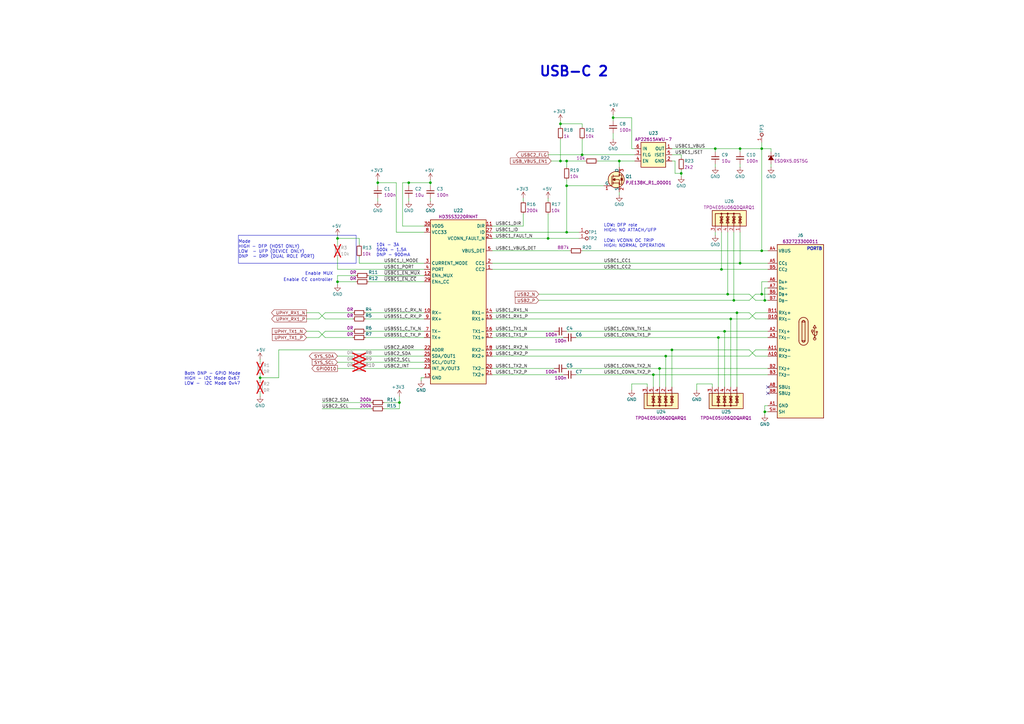
<source format=kicad_sch>
(kicad_sch (version 20250114) (generator "eeschema") (generator_version "9.0")
  (paper "A3")
  (title_block (title "Jetson Orin Baseboard") (date "2025-03-12") (rev "1.3.4") (company "Antmicro Ltd") (comment 1 "www.antmicro.com"))
  (text "10k - 3A\n500k - 1.5A\nDNP - 900mA" (at 154.305 105.41 0) (effects (font (size 1.27 1.27)) (justify left bottom)))
  (text "PORTB" (at 330.835 102.87 0) (effects (font (size 1.27 1.27) (thickness 0.254) (bold yes)) (justify left bottom)))
  (text "LOW: VCONN OC TRIP \nHIGH: NORMAL OPERATION" (at 247.65 101.6 0) (effects (font (size 1.27 1.27)) (justify left bottom)))
  (text "Both DNP - GPIO Mode\nHIGH - I2C Mode 0x67\nLOW -  I2C Mode 0x47" (at 75.565 158.115 0) (effects (font (size 1.27 1.27)) (justify left bottom)))
  (text "Enable MUX" (at 125.095 113.03 0) (effects (font (size 1.27 1.27)) (justify left bottom)))
  (text "USB-C 2" (at 220.98 31.75 0) (effects (font (size 4 4) (thickness 0.8) (bold yes)) (justify left bottom)))
  (text "Enable CC controller" (at 116.205 115.57 0) (effects (font (size 1.27 1.27)) (justify left bottom)))
  (text "LOW: DFP role \nHIGH: NO ATTACH/UFP" (at 247.65 95.25 0) (effects (font (size 1.27 1.27)) (justify left bottom)))
  (text "Mode\nHIGH - DFP (HOST ONLY)\nLOW  - UFP (DEVICE ONLY)\nDNP  - DRP (DUAL ROLE PORT)\n" (at 97.79 106.045 0) (effects (font (size 1.27 1.27)) (justify left bottom)))
  (junction (at 295.91 110.49))
  (junction (at 254 66.04))
  (junction (at 275.59 143.51))
  (junction (at 270.51 151.13))
  (junction (at 313.69 123.19))
  (junction (at 224.79 97.79))
  (junction (at 267.97 153.67))
  (junction (at 313.69 168.91))
  (junction (at 300.99 123.19))
  (junction (at 312.42 102.87))
  (junction (at 297.18 135.89))
  (junction (at 229.87 66.04))
  (junction (at 176.53 74.93))
  (junction (at 293.37 60.96))
  (junction (at 238.76 63.5))
  (junction (at 232.41 95.25))
  (junction (at 232.41 76.2))
  (junction (at 298.45 120.65))
  (junction (at 312.42 120.65))
  (junction (at 294.64 138.43))
  (junction (at 303.53 60.96))
  (junction (at 229.87 50.8))
  (junction (at 167.64 74.93))
  (junction (at 106.68 154.94))
  (junction (at 312.42 60.96))
  (junction (at 138.43 97.79))
  (junction (at 303.53 107.95))
  (junction (at 273.05 146.05))
  (junction (at 163.83 165.1))
  (junction (at 302.26 128.27))
  (junction (at 154.94 74.93))
  (junction (at 279.4 71.12))
  (junction (at 138.43 115.57))
  (junction (at 251.46 48.26))
  (junction (at 299.72 130.81))
  (junction (at 232.41 66.04))
  (no_connect (at 314.96 161.29))
  (no_connect (at 314.96 158.75))
  (wire (pts (xy 259.08 160.02) (xy 259.08 157.48)))
  (polyline (pts (xy 97.79 96.52) (xy 146.05 96.52)))
  (wire (pts (xy 275.59 143.51) (xy 275.59 158.75)))
  (wire (pts (xy 138.43 146.05) (xy 144.78 146.05)))
  (wire (pts (xy 298.45 95.25) (xy 298.45 120.65)))
  (wire (pts (xy 220.98 123.19) (xy 300.99 123.19)))
  (wire (pts (xy 232.41 135.89) (xy 297.18 135.89)))
  (wire (pts (xy 251.46 48.26) (xy 259.08 48.26)))
  (wire (pts (xy 302.26 128.27) (xy 302.26 158.75)))
  (wire (pts (xy 163.83 162.56) (xy 163.83 165.1)))
  (wire (pts (xy 157.48 167.64) (xy 163.83 167.64)))
  (wire (pts (xy 259.08 60.96) (xy 260.35 60.96)))
  (wire (pts (xy 313.69 166.37) (xy 314.96 166.37)))
  (wire (pts (xy 279.4 63.5) (xy 279.4 64.77)))
  (wire (pts (xy 154.94 81.28) (xy 154.94 82.55)))
  (wire (pts (xy 307.34 120.65) (xy 309.88 123.19)))
  (wire (pts (xy 316.23 62.23) (xy 316.23 60.96)))
  (wire (pts (xy 114.3 143.51) (xy 114.3 154.94)))
  (wire (pts (xy 149.86 128.27) (xy 173.99 128.27)))
  (wire (pts (xy 309.88 146.05) (xy 314.96 146.05)))
  (wire (pts (xy 226.06 66.04) (xy 229.87 66.04)))
  (wire (pts (xy 292.1 157.48) (xy 292.1 158.75)))
  (wire (pts (xy 251.46 48.26) (xy 251.46 49.53)))
  (wire (pts (xy 167.64 74.93) (xy 167.64 76.2)))
  (wire (pts (xy 201.93 138.43) (xy 231.14 138.43)))
  (wire (pts (xy 224.79 63.5) (xy 238.76 63.5)))
  (wire (pts (xy 312.42 120.65) (xy 314.96 120.65)))
  (wire (pts (xy 162.56 95.25) (xy 162.56 74.93)))
  (wire (pts (xy 201.93 97.79) (xy 224.79 97.79)))
  (wire (pts (xy 173.99 92.71) (xy 165.1 92.71)))
  (wire (pts (xy 293.37 60.96) (xy 293.37 62.23)))
  (wire (pts (xy 130.81 135.89) (xy 133.35 138.43)))
  (wire (pts (xy 172.72 154.94) (xy 173.99 154.94)))
  (wire (pts (xy 167.64 81.28) (xy 167.64 82.55)))
  (wire (pts (xy 232.41 95.25) (xy 237.49 95.25)))
  (wire (pts (xy 151.13 113.03) (xy 173.99 113.03)))
  (wire (pts (xy 138.43 113.03) (xy 138.43 115.57)))
  (wire (pts (xy 312.42 115.57) (xy 312.42 120.65)))
  (wire (pts (xy 259.08 157.48) (xy 265.43 157.48)))
  (wire (pts (xy 173.99 95.25) (xy 162.56 95.25)))
  (wire (pts (xy 279.4 71.12) (xy 276.86 71.12)))
  (wire (pts (xy 259.08 60.96) (xy 259.08 48.26)))
  (wire (pts (xy 267.97 153.67) (xy 267.97 158.75)))
  (wire (pts (xy 303.53 67.31) (xy 303.53 68.58)))
  (wire (pts (xy 173.99 107.95) (xy 147.32 107.95)))
  (wire (pts (xy 254 66.04) (xy 260.35 66.04)))
  (wire (pts (xy 307.34 143.51) (xy 309.88 146.05)))
  (wire (pts (xy 232.41 66.04) (xy 232.41 68.58)))
  (wire (pts (xy 214.63 87.63) (xy 214.63 92.71)))
  (wire (pts (xy 309.88 128.27) (xy 314.96 128.27)))
  (wire (pts (xy 229.87 50.8) (xy 238.76 50.8)))
  (wire (pts (xy 201.93 110.49) (xy 295.91 110.49)))
  (wire (pts (xy 299.72 130.81) (xy 299.72 158.75)))
  (wire (pts (xy 154.94 74.93) (xy 154.94 76.2)))
  (wire (pts (xy 147.32 105.41) (xy 147.32 107.95)))
  (polyline (pts (xy 97.79 107.95) (xy 146.05 107.95)))
  (wire (pts (xy 106.68 153.67) (xy 106.68 154.94)))
  (wire (pts (xy 313.69 123.19) (xy 314.96 123.19)))
  (wire (pts (xy 295.91 95.25) (xy 295.91 110.49)))
  (wire (pts (xy 293.37 67.31) (xy 293.37 68.58)))
  (wire (pts (xy 299.72 130.81) (xy 307.34 130.81)))
  (wire (pts (xy 293.37 60.96) (xy 303.53 60.96)))
  (wire (pts (xy 224.79 87.63) (xy 224.79 97.79)))
  (wire (pts (xy 275.59 66.04) (xy 276.86 66.04)))
  (wire (pts (xy 313.69 168.91) (xy 314.96 168.91)))
  (wire (pts (xy 138.43 113.03) (xy 146.05 113.03)))
  (wire (pts (xy 130.81 128.27) (xy 133.35 130.81)))
  (wire (pts (xy 279.4 71.12) (xy 279.4 72.39)))
  (wire (pts (xy 201.93 95.25) (xy 232.41 95.25)))
  (wire (pts (xy 232.41 66.04) (xy 240.03 66.04)))
  (wire (pts (xy 313.69 170.18) (xy 313.69 168.91)))
  (wire (pts (xy 224.79 97.79) (xy 237.49 97.79)))
  (wire (pts (xy 138.43 115.57) (xy 138.43 116.84)))
  (wire (pts (xy 312.42 58.42) (xy 312.42 60.96)))
  (wire (pts (xy 300.99 123.19) (xy 307.34 123.19)))
  (wire (pts (xy 236.22 138.43) (xy 294.64 138.43)))
  (wire (pts (xy 273.05 146.05) (xy 273.05 158.75)))
  (wire (pts (xy 147.32 97.79) (xy 147.32 100.33)))
  (wire (pts (xy 201.93 146.05) (xy 273.05 146.05)))
  (wire (pts (xy 176.53 74.93) (xy 176.53 76.2)))
  (wire (pts (xy 275.59 63.5) (xy 279.4 63.5)))
  (wire (pts (xy 270.51 151.13) (xy 314.96 151.13)))
  (wire (pts (xy 313.69 168.91) (xy 313.69 166.37)))
  (wire (pts (xy 138.43 96.52) (xy 138.43 97.79)))
  (wire (pts (xy 297.18 135.89) (xy 314.96 135.89)))
  (wire (pts (xy 275.59 60.96) (xy 293.37 60.96)))
  (wire (pts (xy 106.68 154.94) (xy 114.3 154.94)))
  (wire (pts (xy 303.53 107.95) (xy 314.96 107.95)))
  (wire (pts (xy 133.35 128.27) (xy 130.81 130.81)))
  (wire (pts (xy 276.86 66.04) (xy 276.86 71.12)))
  (wire (pts (xy 220.98 120.65) (xy 298.45 120.65)))
  (wire (pts (xy 254 66.04) (xy 254 68.58)))
  (wire (pts (xy 229.87 57.15) (xy 229.87 66.04)))
  (wire (pts (xy 172.72 156.21) (xy 172.72 154.94)))
  (wire (pts (xy 312.42 60.96) (xy 316.23 60.96)))
  (wire (pts (xy 130.81 135.89) (xy 125.73 135.89)))
  (wire (pts (xy 224.79 81.28) (xy 224.79 82.55)))
  (wire (pts (xy 138.43 105.41) (xy 138.43 110.49)))
  (wire (pts (xy 307.34 123.19) (xy 309.88 120.65)))
  (wire (pts (xy 125.73 130.81) (xy 130.81 130.81)))
  (wire (pts (xy 294.64 138.43) (xy 314.96 138.43)))
  (wire (pts (xy 236.22 153.67) (xy 267.97 153.67)))
  (wire (pts (xy 114.3 143.51) (xy 173.99 143.51)))
  (wire (pts (xy 201.93 153.67) (xy 231.14 153.67)))
  (wire (pts (xy 285.75 157.48) (xy 292.1 157.48)))
  (wire (pts (xy 149.86 135.89) (xy 173.99 135.89)))
  (wire (pts (xy 309.88 130.81) (xy 314.96 130.81)))
  (wire (pts (xy 232.41 151.13) (xy 270.51 151.13)))
  (wire (pts (xy 229.87 66.04) (xy 232.41 66.04)))
  (wire (pts (xy 149.86 130.81) (xy 173.99 130.81)))
  (wire (pts (xy 201.93 130.81) (xy 299.72 130.81)))
  (wire (pts (xy 314.96 115.57) (xy 312.42 115.57)))
  (wire (pts (xy 149.86 148.59) (xy 173.99 148.59)))
  (wire (pts (xy 285.75 160.02) (xy 285.75 157.48)))
  (wire (pts (xy 232.41 76.2) (xy 232.41 95.25)))
  (wire (pts (xy 254 78.74) (xy 254 80.01)))
  (wire (pts (xy 201.93 92.71) (xy 214.63 92.71)))
  (wire (pts (xy 201.93 151.13) (xy 227.33 151.13)))
  (wire (pts (xy 157.48 165.1) (xy 163.83 165.1)))
  (wire (pts (xy 201.93 102.87) (xy 233.68 102.87)))
  (wire (pts (xy 176.53 73.66) (xy 176.53 74.93)))
  (wire (pts (xy 303.53 95.25) (xy 303.53 107.95)))
  (wire (pts (xy 238.76 63.5) (xy 260.35 63.5)))
  (wire (pts (xy 293.37 95.25) (xy 293.37 96.52)))
  (wire (pts (xy 130.81 128.27) (xy 125.73 128.27)))
  (wire (pts (xy 314.96 118.11) (xy 313.69 118.11)))
  (wire (pts (xy 312.42 102.87) (xy 314.96 102.87)))
  (wire (pts (xy 232.41 73.66) (xy 232.41 76.2)))
  (wire (pts (xy 106.68 161.29) (xy 106.68 162.56)))
  (wire (pts (xy 267.97 153.67) (xy 314.96 153.67)))
  (wire (pts (xy 307.34 128.27) (xy 309.88 130.81)))
  (wire (pts (xy 303.53 60.96) (xy 312.42 60.96)))
  (wire (pts (xy 167.64 74.93) (xy 176.53 74.93)))
  (wire (pts (xy 176.53 81.28) (xy 176.53 82.55)))
  (wire (pts (xy 149.86 151.13) (xy 173.99 151.13)))
  (wire (pts (xy 151.13 115.57) (xy 173.99 115.57)))
  (wire (pts (xy 238.76 102.87) (xy 312.42 102.87)))
  (wire (pts (xy 173.99 110.49) (xy 138.43 110.49)))
  (wire (pts (xy 138.43 97.79) (xy 147.32 97.79)))
  (wire (pts (xy 309.88 120.65) (xy 312.42 120.65)))
  (wire (pts (xy 133.35 128.27) (xy 144.78 128.27)))
  (wire (pts (xy 294.64 138.43) (xy 294.64 158.75)))
  (wire (pts (xy 270.51 151.13) (xy 270.51 158.75)))
  (wire (pts (xy 154.94 73.66) (xy 154.94 74.93)))
  (wire (pts (xy 309.88 143.51) (xy 314.96 143.51)))
  (wire (pts (xy 214.63 81.28) (xy 214.63 82.55)))
  (wire (pts (xy 309.88 123.19) (xy 313.69 123.19)))
  (wire (pts (xy 165.1 92.71) (xy 165.1 74.93)))
  (wire (pts (xy 162.56 74.93) (xy 154.94 74.93)))
  (wire (pts (xy 238.76 57.15) (xy 238.76 63.5)))
  (wire (pts (xy 251.46 54.61) (xy 251.46 57.15)))
  (wire (pts (xy 106.68 154.94) (xy 106.68 156.21)))
  (wire (pts (xy 133.35 135.89) (xy 144.78 135.89)))
  (wire (pts (xy 106.68 147.32) (xy 106.68 148.59)))
  (wire (pts (xy 232.41 76.2) (xy 247.65 76.2)))
  (wire (pts (xy 316.23 67.31) (xy 316.23 68.58)))
  (wire (pts (xy 133.35 138.43) (xy 144.78 138.43)))
  (wire (pts (xy 300.99 95.25) (xy 300.99 123.19)))
  (wire (pts (xy 307.34 146.05) (xy 309.88 143.51)))
  (wire (pts (xy 165.1 74.93) (xy 167.64 74.93)))
  (wire (pts (xy 273.05 146.05) (xy 307.34 146.05)))
  (wire (pts (xy 125.73 138.43) (xy 130.81 138.43)))
  (polyline (pts (xy 146.05 107.95) (xy 146.05 96.52)))
  (wire (pts (xy 149.86 146.05) (xy 173.99 146.05)))
  (wire (pts (xy 138.43 97.79) (xy 138.43 100.33)))
  (wire (pts (xy 138.43 151.13) (xy 144.78 151.13)))
  (wire (pts (xy 201.93 107.95) (xy 303.53 107.95)))
  (wire (pts (xy 138.43 148.59) (xy 144.78 148.59)))
  (wire (pts (xy 303.53 60.96) (xy 303.53 62.23)))
  (wire (pts (xy 295.91 110.49) (xy 314.96 110.49)))
  (wire (pts (xy 201.93 135.89) (xy 227.33 135.89)))
  (wire (pts (xy 138.43 115.57) (xy 146.05 115.57)))
  (wire (pts (xy 312.42 60.96) (xy 312.42 102.87)))
  (wire (pts (xy 229.87 49.53) (xy 229.87 50.8)))
  (wire (pts (xy 275.59 143.51) (xy 307.34 143.51)))
  (wire (pts (xy 313.69 118.11) (xy 313.69 123.19)))
  (wire (pts (xy 251.46 46.99) (xy 251.46 48.26)))
  (wire (pts (xy 132.08 165.1) (xy 152.4 165.1)))
  (wire (pts (xy 302.26 128.27) (xy 307.34 128.27)))
  (wire (pts (xy 238.76 50.8) (xy 238.76 52.07)))
  (wire (pts (xy 245.11 66.04) (xy 254 66.04)))
  (wire (pts (xy 163.83 167.64) (xy 163.83 165.1)))
  (wire (pts (xy 132.08 167.64) (xy 152.4 167.64)))
  (wire (pts (xy 133.35 135.89) (xy 130.81 138.43)))
  (polyline (pts (xy 97.79 96.52) (xy 97.79 107.95)))
  (wire (pts (xy 279.4 69.85) (xy 279.4 71.12)))
  (wire (pts (xy 201.93 128.27) (xy 302.26 128.27)))
  (wire (pts (xy 149.86 138.43) (xy 173.99 138.43)))
  (wire (pts (xy 297.18 135.89) (xy 297.18 158.75)))
  (wire (pts (xy 133.35 130.81) (xy 144.78 130.81)))
  (wire (pts (xy 307.34 130.81) (xy 309.88 128.27)))
  (wire (pts (xy 201.93 143.51) (xy 275.59 143.51)))
  (wire (pts (xy 229.87 50.8) (xy 229.87 52.07)))
  (wire (pts (xy 265.43 157.48) (xy 265.43 158.75)))
  (wire (pts (xy 298.45 120.65) (xy 307.34 120.65)))
  (label "USBC1_RX1_P" (at 203.2 130.81 0))
  (label "USBC2_SCL" (at 132.08 167.64 0))
  (label "USBC1_ID" (at 203.2 95.25 0))
  (label "USBC1_TX2_P" (at 203.2 153.67 0))
  (label "USBC2_SDA" (at 132.08 165.1 0))
  (label "USBSS1_C_RX_P" (at 157.48 130.81 0))
  (label "USBC1_PORT" (at 157.48 110.49 0))
  (label "USBC1_RX2_P" (at 203.2 146.05 0))
  (label "USBC1_FAULT_N" (at 203.2 97.79 0))
  (label "USBC2_SCL" (at 157.48 148.59 0))
  (label "USBC1_CONN_TX1_N" (at 247.65 135.89 0))
  (label "USBC1_TX1_N" (at 203.2 135.89 0))
  (label "USBC1_CC1" (at 247.65 107.95 0))
  (label "USBC2_SDA" (at 157.48 146.05 0))
  (label "USBC2_INT" (at 157.48 151.13 0))
  (label "USBC1_CONN_TX2_P" (at 247.65 153.67 0))
  (label "USBC1_RX1_N" (at 203.2 128.27 0))
  (label "USBC1_VBUS" (at 276.86 60.96 0))
  (label "USBC1_CONN_TX2_N" (at 247.65 151.13 0))
  (label "USBC1_TX2_N" (at 203.2 151.13 0))
  (label "USBC1_DIR" (at 203.2 92.71 0))
  (label "USBC1_CC2" (at 247.65 110.49 0))
  (label "USBSS1_C_TX_P" (at 157.48 138.43 0))
  (label "~{USBC1_EN_CC}" (at 157.48 115.57 0))
  (label "USBC1_CONN_TX1_P" (at 247.65 138.43 0))
  (label "USBC1_TX1_P" (at 203.2 138.43 0))
  (label "~{USBC1_EN_MUX}" (at 157.48 113.03 0))
  (label "USBC2_ADDR" (at 157.48 143.51 0))
  (label "USBC1_VBUS_DET" (at 203.2 102.87 0))
  (label "USBSS1_C_TX_N" (at 157.48 135.89 0))
  (label "USBC1_ISET" (at 276.86 63.5 0))
  (label "USBC1_I_MODE" (at 157.48 107.95 0))
  (label "USBSS1_C_RX_N" (at 157.48 128.27 0))
  (label "USBC1_RX2_N" (at 203.2 143.51 0))
  (global_label "SYS_SDA" (shape bidirectional) (at 138.43 146.05 180) (property "Intersheetrefs" "${INTERSHEET_REFS}" (effects (hide yes))))
  (global_label "USB2_P" (shape input) (at 220.98 123.19 180) (property "Intersheetrefs" "${INTERSHEET_REFS}" (effects (hide yes))))
  (global_label "UPHY_RX1_N" (shape output) (at 125.73 128.27 180) (property "Intersheetrefs" "${INTERSHEET_REFS}" (effects (hide yes))))
  (global_label "USB2_N" (shape input) (at 220.98 120.65 180) (property "Intersheetrefs" "${INTERSHEET_REFS}" (effects (hide yes))))
  (global_label "UPHY_RX1_P" (shape output) (at 125.73 130.81 180) (property "Intersheetrefs" "${INTERSHEET_REFS}" (effects (hide yes))))
  (global_label "SYS_SCL" (shape input) (at 138.43 148.59 180) (property "Intersheetrefs" "${INTERSHEET_REFS}" (effects (hide yes))))
  (global_label "UPHY_TX1_N" (shape input) (at 125.73 135.89 180) (property "Intersheetrefs" "${INTERSHEET_REFS}" (effects (hide yes))))
  (global_label "UPHY_TX1_P" (shape input) (at 125.73 138.43 180) (property "Intersheetrefs" "${INTERSHEET_REFS}" (effects (hide yes))))
  (global_label "USBC2_FLG" (shape output) (at 224.79 63.5 180) (property "Intersheetrefs" "${INTERSHEET_REFS}" (effects (hide yes))))
  (global_label "USB_VBUS_EN1" (shape input) (at 226.06 66.04 180) (property "Intersheetrefs" "${INTERSHEET_REFS}" (effects (hide yes))))
  (global_label "GPIO010" (shape output) (at 138.43 151.13 180) (property "Intersheetrefs" "${INTERSHEET_REFS}" (effects (hide yes))))
  (symbol (lib_id "antmicroTransistorsFETsMOSFETsSingle:PJE138K") (at 247.65 76.2 0) (unit 1)
    (property "Reference" "Q1" (at 256.54 72.39 0) (effects (justify left)))
    (property "Value" "PJE138K" (effects (hide yes)))
    (property "Footprint" "antmicro-footprints:SOT-523" (effects (hide yes)))
    (property "Datasheet" "https://www.mouser.com/datasheet/2/1057/PJE138K-1876698.pdf" (effects (hide yes)))
    (property "MPN" "PJE138K_R1_00001" (at 256.54 74.93 0) (effects (justify left)))
    (property "Manufacturer" "PANJIT" (effects (hide yes)))
    (property "Author" "Antmicro" (effects (hide yes)))
    (property "License" "Apache-2.0" (effects (hide yes)))
  )
  (symbol (lib_id "antmicroResistors0402:R_10k_0402") (at 238.76 57.15 90) (unit 1)
    (property "Reference" "R21" (at 240.03 53.34 90) (effects (justify right)))
    (property "Value" "R_10k_0402" (effects (hide yes)))
    (property "Footprint" "antmicro-footprints:R_0402_1005Metric" (effects (hide yes)))
    (property "Datasheet" "https://www.bourns.com/docs/product-datasheets/cr.pdf" (effects (hide yes)))
    (property "Manufacturer" "Bourns" (effects (hide yes)))
    (property "MPN" "CR0402-FX-1002GLF" (effects (hide yes)))
    (property "Val" "10k" (at 240.03 55.88 90) (effects (justify right)))
    (property "License" "Apache-2.0" (effects (hide yes)))
    (property "Author" "Antmicro" (effects (hide yes)))
    (property "Tolerance" "1%" (effects (hide yes)))
  )
  (symbol (lib_name "GND_3") (lib_id "antmicropower:GND") (at 316.23 68.58 0) (unit 1)
    (property "Reference" "#PWR025" (effects (hide yes)))
    (property "Value" "GND" (at 316.23 72.39 0))
    (property "Author" "Antmicro" (effects (hide yes)))
    (property "License" "Apache-2.0" (effects (hide yes)))
  )
  (symbol (lib_name "R_200k_0402_1") (lib_id "antmicroResistors0402:R_200k_0402") (at 157.48 165.1 180) (unit 1)
    (property "Reference" "R14" (at 162.56 163.195 0) (effects (justify left bottom)))
    (property "Value" "R_200k_0402" (effects (hide yes)))
    (property "Footprint" "antmicro-footprints:R_0402_1005Metric" (effects (hide yes)))
    (property "Datasheet" "https://www.bourns.com/docs/product-datasheets/cr.pdf" (effects (hide yes)))
    (property "Manufacturer" "Bourns" (effects (hide yes)))
    (property "MPN" "CR0402-FX-2003GLF" (effects (hide yes)))
    (property "Val" "200k" (at 152.4 163.195 0) (effects (justify left bottom)))
    (property "License" "Apache-2.0" (effects (hide yes)))
    (property "Author" "Antmicro" (effects (hide yes)))
    (property "Tolerance" "1%" (effects (hide yes)))
  )
  (symbol (lib_id "antmicroUSBConnectors:USB-C_WE_632723300011") (at 314.96 102.87 0) (mirror y) (unit 1)
    (property "Reference" "J6" (at 328.295 96.52 0))
    (property "Value" "USB-C_WE_632723300011" (effects (hide yes)))
    (property "Footprint" "antmicro-footprints:USB-C_Receptacle_WE_632723300011" (effects (hide yes)))
    (property "Datasheet" "https://www.we-online.com/components/products/datasheet/632723300011.pdf" (effects (hide yes)))
    (property "Manufacturer" "Würth Elektronik" (effects (hide yes)))
    (property "MPN" "632723300011" (at 328.295 99.06 0))
    (property "Author" "Antmicro" (effects (hide yes)))
    (property "License" "Apache-2.0" (effects (hide yes)))
  )
  (symbol (lib_id "antmicroPMICPowerDistributionSwitchesLoadDrivers:AP22615A_TSOT26") (at 260.35 60.96 0) (unit 1)
    (property "Reference" "U23" (at 267.97 54.61 0))
    (property "Value" "AP22615A_TSOT26" (effects (hide yes)))
    (property "Footprint" "antmicro-footprints:TSOT23-6" (effects (hide yes)))
    (property "Datasheet" "https://www.mouser.com/datasheet/2/115/DIOD_S_A0008958405_1-2543193.pdf" (effects (hide yes)))
    (property "MPN" "AP22615AWU-7" (at 267.97 57.15 0))
    (property "Manufacturer" "Diodes Incorporated" (effects (hide yes)))
    (property "Author" "Antmicro" (effects (hide yes)))
    (property "License" "Apache-2.0" (effects (hide yes)))
  )
  (symbol (lib_id "antmicroTVSDiodes:TPD4E05U06QDQARQ1") (at 275.59 158.75 270) (unit 1)
    (property "Reference" "U24" (at 271.145 168.91 90))
    (property "Value" "TPD4E05U06QDQARQ1" (effects (hide yes)))
    (property "Footprint" "antmicro-footprints:USON-10_2.5x1mm_P0.5mm" (effects (hide yes)))
    (property "Datasheet" "https://www.ti.com/lit/ds/symlink/tpd4e05u06-q1.pdf?HQS=dis-mous-null-mousermode-dsf-pf-null-wwe&ts=1663591265741&ref_url=https%253A%252F%252Fwww.mouser.com%252F" (effects (hide yes)))
    (property "Manufacturer" "Texas Instruments" (effects (hide yes)))
    (property "MPN" "TPD4E05U06QDQARQ1" (at 271.145 171.45 90))
    (property "Author" "Antmicro" (effects (hide yes)))
    (property "License" "Apache-2.0" (effects (hide yes)))
  )
  (symbol (lib_id "antmicroCapacitors0402:C_100n_0402") (at 303.53 62.23 90) (mirror x) (unit 1)
    (property "Reference" "C10" (at 306.07 63.5063 90) (effects (justify right)))
    (property "Value" "C_100n_0402" (effects (hide yes)))
    (property "Footprint" "antmicro-footprints:C_0402_1005Metric" (effects (hide yes)))
    (property "Datasheet" "https://www.murata.com/products/productdetail?partno=GRM155R61H104KE14%23" (effects (hide yes)))
    (property "Manufacturer" "Murata" (effects (hide yes)))
    (property "MPN" "GRM155R61H104KE14D" (effects (hide yes)))
    (property "Val" "100n" (at 306.07 66.0463 90) (effects (justify right)))
    (property "License" "Apache-2.0" (effects (hide yes)))
    (property "Author" "Antmicro" (effects (hide yes)))
    (property "Voltage" "50V" (effects (hide yes)))
    (property "Dielectric" "X5R" (effects (hide yes)))
  )
  (symbol (lib_name "GND_3") (lib_id "antmicropower:GND") (at 167.64 82.55 0) (unit 1)
    (property "Reference" "#PWR08" (effects (hide yes)))
    (property "Value" "GND" (at 167.64 86.36 0))
    (property "Author" "Antmicro" (effects (hide yes)))
    (property "License" "Apache-2.0" (effects (hide yes)))
  )
  (symbol (lib_name "+3V3_2") (lib_id "antmicropower:+3V3") (at 154.94 73.66 0) (mirror y) (unit 1)
    (property "Reference" "#PWR05" (effects (hide yes)))
    (property "Value" "+3V3" (at 151.765 69.85 0) (effects (justify right)))
    (property "Author" "Antmicro" (effects (hide yes)))
    (property "License" "Apache-2.0" (effects (hide yes)))
  )
  (symbol (lib_name "R_0R_0402_4") (lib_id "antmicroResistors0402:R_0R_0402") (at 144.78 135.89 0) (unit 1)
    (property "Reference" "R6" (at 149.86 135.255 0) (effects (justify left bottom)))
    (property "Value" "R_0R_0402" (effects (hide yes)))
    (property "Footprint" "antmicro-footprints:R_0402_1005Metric" (effects (hide yes)))
    (property "Datasheet" "https://industrial.panasonic.com/cdbs/www-data/pdf/RDA0000/AOA0000C301.pdf" (effects (hide yes)))
    (property "Manufacturer" "Panasonic" (effects (hide yes)))
    (property "MPN" "ERJ2GE0R00X" (effects (hide yes)))
    (property "Val" "0R" (at 142.24 135.255 0) (effects (justify left bottom)))
    (property "License" "Apache-2.0" (effects (hide yes)))
    (property "Author" "Antmicro" (effects (hide yes)))
    (property "Current" "1A" (effects (hide yes)))
  )
  (symbol (lib_name "GND_3") (lib_id "antmicropower:GND") (at 259.08 160.02 0) (unit 1)
    (property "Reference" "#PWR018" (effects (hide yes)))
    (property "Value" "GND" (at 259.08 163.83 0))
    (property "Author" "Antmicro" (effects (hide yes)))
    (property "License" "Apache-2.0" (effects (hide yes)))
  )
  (symbol (lib_name "R_0R_0402_2") (lib_id "antmicroResistors0402:R_0R_0402") (at 144.78 138.43 0) (unit 1)
    (property "Reference" "R7" (at 149.86 137.795 0) (effects (justify left bottom)))
    (property "Value" "R_0R_0402" (effects (hide yes)))
    (property "Footprint" "antmicro-footprints:R_0402_1005Metric" (effects (hide yes)))
    (property "Datasheet" "https://industrial.panasonic.com/cdbs/www-data/pdf/RDA0000/AOA0000C301.pdf" (effects (hide yes)))
    (property "Manufacturer" "Panasonic" (effects (hide yes)))
    (property "MPN" "ERJ2GE0R00X" (effects (hide yes)))
    (property "Val" "0R" (at 142.24 137.795 0) (effects (justify left bottom)))
    (property "License" "Apache-2.0" (effects (hide yes)))
    (property "Author" "Antmicro" (effects (hide yes)))
    (property "Current" "1A" (effects (hide yes)))
  )
  (symbol (lib_name "+3V3_1") (lib_id "antmicropower:+3V3") (at 163.83 162.56 0) (mirror y) (unit 1)
    (property "Reference" "#PWR07" (effects (hide yes)))
    (property "Value" "+3V3" (at 160.655 158.75 0) (effects (justify right)))
    (property "Author" "Antmicro" (effects (hide yes)))
    (property "License" "Apache-2.0" (effects (hide yes)))
  )
  (symbol (lib_name "R_0R_0402_1") (lib_id "antmicroResistors0402:R_0R_0402") (at 106.68 161.29 90) (unit 1) (in_bom no) (dnp yes)
    (property "Reference" "R2" (at 107.95 157.48 90) (effects (justify right)))
    (property "Value" "R_0R_0402" (effects (hide yes)))
    (property "Footprint" "antmicro-footprints:R_0402_1005Metric" (effects (hide yes)))
    (property "Datasheet" "https://industrial.panasonic.com/cdbs/www-data/pdf/RDA0000/AOA0000C301.pdf" (effects (hide yes)))
    (property "Manufacturer" "Panasonic" (effects (hide yes)))
    (property "MPN" "ERJ2GE0R00X" (effects (hide yes)))
    (property "Val" "0R" (at 107.95 160.02 90) (effects (justify right)))
    (property "License" "Apache-2.0" (effects (hide yes)))
    (property "Author" "Antmicro" (effects (hide yes)))
    (property "Current" "1A" (effects (hide yes)))
  )
  (symbol (lib_id "antmicroResistors0402:R_1k_0402") (at 229.87 57.15 90) (unit 1)
    (property "Reference" "R18" (at 231.14 53.34 90) (effects (justify right)))
    (property "Value" "R_1k_0402" (effects (hide yes)))
    (property "Footprint" "antmicro-footprints:R_0402_1005Metric" (effects (hide yes)))
    (property "Datasheet" "https://www.bourns.com/docs/product-datasheets/cr.pdf" (effects (hide yes)))
    (property "Manufacturer" "Bourns" (effects (hide yes)))
    (property "MPN" "CR0402-FX-1001GLF" (effects (hide yes)))
    (property "Val" "1k" (at 231.14 55.88 90) (effects (justify right)))
    (property "License" "Apache-2.0" (effects (hide yes)))
    (property "Author" "Antmicro" (effects (hide yes)))
    (property "Tolerance" "1%" (effects (hide yes)))
  )
  (symbol (lib_id "antmicroTVSDiodes:TPD4E05U06QDQARQ1") (at 302.26 158.75 270) (unit 1)
    (property "Reference" "U25" (at 297.815 168.91 90))
    (property "Value" "TPD4E05U06QDQARQ1" (effects (hide yes)))
    (property "Footprint" "antmicro-footprints:USON-10_2.5x1mm_P0.5mm" (effects (hide yes)))
    (property "Datasheet" "https://www.ti.com/lit/ds/symlink/tpd4e05u06-q1.pdf?HQS=dis-mous-null-mousermode-dsf-pf-null-wwe&ts=1663591265741&ref_url=https%253A%252F%252Fwww.mouser.com%252F" (effects (hide yes)))
    (property "Manufacturer" "Texas Instruments" (effects (hide yes)))
    (property "MPN" "TPD4E05U06QDQARQ1" (at 297.815 171.45 90))
    (property "Author" "Antmicro" (effects (hide yes)))
    (property "License" "Apache-2.0" (effects (hide yes)))
  )
  (symbol (lib_name "R_0R_0402_8") (lib_id "antmicroResistors0402:R_0R_0402") (at 144.78 128.27 0) (unit 1)
    (property "Reference" "R4" (at 149.86 127.635 0) (effects (justify left bottom)))
    (property "Value" "R_0R_0402" (effects (hide yes)))
    (property "Footprint" "antmicro-footprints:R_0402_1005Metric" (effects (hide yes)))
    (property "Datasheet" "https://industrial.panasonic.com/cdbs/www-data/pdf/RDA0000/AOA0000C301.pdf" (effects (hide yes)))
    (property "Manufacturer" "Panasonic" (effects (hide yes)))
    (property "MPN" "ERJ2GE0R00X" (effects (hide yes)))
    (property "Val" "0R" (at 142.24 127.635 0) (effects (justify left bottom)))
    (property "License" "Apache-2.0" (effects (hide yes)))
    (property "Author" "Antmicro" (effects (hide yes)))
    (property "Current" "1A" (effects (hide yes)))
  )
  (symbol (lib_name "GND_3") (lib_id "antmicropower:GND") (at 106.68 162.56 0) (unit 1)
    (property "Reference" "#PWR02" (effects (hide yes)))
    (property "Value" "GND" (at 106.68 166.37 0))
    (property "Author" "Antmicro" (effects (hide yes)))
    (property "License" "Apache-2.0" (effects (hide yes)))
  )
  (symbol (lib_id "antmicroResistors0402:R_10k_0402") (at 232.41 68.58 270) (unit 1)
    (property "Reference" "R19" (at 233.68 69.85 90) (effects (justify left)))
    (property "Value" "R_10k_0402" (effects (hide yes)))
    (property "Footprint" "antmicro-footprints:R_0402_1005Metric" (effects (hide yes)))
    (property "Datasheet" "https://www.bourns.com/docs/product-datasheets/cr.pdf" (effects (hide yes)))
    (property "Manufacturer" "Bourns" (effects (hide yes)))
    (property "MPN" "CR0402-FX-1002GLF" (effects (hide yes)))
    (property "Val" "10k" (at 233.68 72.39 90) (effects (justify left)))
    (property "License" "Apache-2.0" (effects (hide yes)))
    (property "Author" "Antmicro" (effects (hide yes)))
    (property "Tolerance" "1%" (effects (hide yes)))
  )
  (symbol (lib_name "R_0R_0402_9") (lib_id "antmicroResistors0402:R_0R_0402") (at 146.05 113.03 0) (unit 1)
    (property "Reference" "R11" (at 151.13 112.395 0) (effects (justify left bottom)))
    (property "Value" "R_0R_0402" (effects (hide yes)))
    (property "Footprint" "antmicro-footprints:R_0402_1005Metric" (effects (hide yes)))
    (property "Datasheet" "https://industrial.panasonic.com/cdbs/www-data/pdf/RDA0000/AOA0000C301.pdf" (effects (hide yes)))
    (property "Manufacturer" "Panasonic" (effects (hide yes)))
    (property "MPN" "ERJ2GE0R00X" (effects (hide yes)))
    (property "Val" "0R" (at 143.51 112.395 0) (effects (justify left bottom)))
    (property "License" "Apache-2.0" (effects (hide yes)))
    (property "Author" "Antmicro" (effects (hide yes)))
    (property "Current" "1A" (effects (hide yes)))
  )
  (symbol (lib_id "antmicroTVSDiodes:ESD9X5.0ST5G") (at 316.23 62.23 270) (unit 1)
    (property "Reference" "D1" (at 317.5 63.5 90) (effects (justify left)))
    (property "Value" "ESD9X5.0ST5G" (effects (hide yes)))
    (property "Footprint" "antmicro-footprints:SOD-923" (effects (hide yes)))
    (property "Datasheet" "https://www.onsemi.com/pdf/datasheet/esd9x3.3st5g-d.pdf" (effects (hide yes)))
    (property "Manufacturer" "ON Semiconductor" (effects (hide yes)))
    (property "MPN" "ESD9X5.0ST5G" (at 317.5 66.04 90) (effects (justify left)))
    (property "Author" "Antmicro" (effects (hide yes)))
    (property "License" "Apache-2.0" (effects (hide yes)))
  )
  (symbol (lib_id "antmicropower:+3V3") (at 214.63 81.28 0) (mirror y) (unit 1)
    (property "Reference" "#PWR012" (effects (hide yes)))
    (property "Value" "+3V3" (at 211.455 77.47 0) (effects (justify right)))
    (property "Author" "Antmicro" (effects (hide yes)))
    (property "License" "Apache-2.0" (effects (hide yes)))
  )
  (symbol (lib_name "GND_3") (lib_id "antmicropower:GND") (at 313.69 170.18 0) (unit 1)
    (property "Reference" "#PWR024" (effects (hide yes)))
    (property "Value" "GND" (at 313.69 173.99 0))
    (property "Author" "Antmicro" (effects (hide yes)))
    (property "License" "Apache-2.0" (effects (hide yes)))
  )
  (symbol (lib_id "antmicroTestPoints:TP_0.75mm_SMD") (at 237.49 95.25 0) (unit 1) (in_bom no)
    (property "Reference" "TP1" (at 241.3 95.25 0) (effects (justify left)))
    (property "Value" "TP_0.75mm_SMD" (effects (hide yes)))
    (property "Footprint" "antmicro-footprints:TP_SMD_0.75mm" (effects (hide yes)))
    (property "Author" "Antmicro" (effects (hide yes)))
    (property "License" "Apache-2.0" (effects (hide yes)))
  )
  (symbol (lib_id "antmicroInterfaceControllers:HD3SS3220RNH") (at 173.99 92.71 0) (unit 1)
    (property "Reference" "U22" (at 187.96 86.36 0))
    (property "Value" "HD3SS3220RNH" (effects (hide yes)))
    (property "Footprint" "antmicro-footprints:WQFN-30-1EP_4.6x2.6mm_P0.4mm" (effects (hide yes)))
    (property "Datasheet" "https://www.ti.com/lit/ds/symlink/hd3ss3220.pdf?ts=1663000043694&ref_url=https%253A%252F%252Fwww.google.com%252F" (effects (hide yes)))
    (property "Manufacturer" "Texas Instruments" (effects (hide yes)))
    (property "MPN" "HD3SS3220RNHT" (at 187.96 88.9 0))
    (property "Author" "Antmicro" (effects (hide yes)))
    (property "License" "Apache-2.0" (effects (hide yes)))
  )
  (symbol (lib_id "antmicroResistors0402:R_10k_0402") (at 245.11 66.04 180) (unit 1)
    (property "Reference" "R22" (at 250.19 64.135 0) (effects (justify left bottom)))
    (property "Value" "R_10k_0402" (effects (hide yes)))
    (property "Footprint" "antmicro-footprints:R_0402_1005Metric" (effects (hide yes)))
    (property "Datasheet" "https://www.bourns.com/docs/product-datasheets/cr.pdf" (effects (hide yes)))
    (property "Manufacturer" "Bourns" (effects (hide yes)))
    (property "MPN" "CR0402-FX-1002GLF" (effects (hide yes)))
    (property "Val" "10k" (at 240.03 64.135 0) (effects (justify left bottom)))
    (property "License" "Apache-2.0" (effects (hide yes)))
    (property "Author" "Antmicro" (effects (hide yes)))
    (property "Tolerance" "1%" (effects (hide yes)))
  )
  (symbol (lib_id "antmicropower:+5V") (at 251.46 46.99 0) (unit 1)
    (property "Reference" "#PWR015" (effects (hide yes)))
    (property "Value" "+5V" (at 249.555 43.815 0) (effects (justify left bottom)))
    (property "Author" "Antmicro" (effects (hide yes)))
    (property "License" "Apache-2.0" (effects (hide yes)))
  )
  (symbol (lib_name "GND_3") (lib_id "antmicropower:GND") (at 138.43 116.84 0) (unit 1)
    (property "Reference" "#PWR04" (effects (hide yes)))
    (property "Value" "GND" (at 138.43 120.65 0))
    (property "Author" "Antmicro" (effects (hide yes)))
    (property "License" "Apache-2.0" (effects (hide yes)))
  )
  (symbol (lib_name "+5V_1") (lib_id "antmicropower:+5V") (at 138.43 96.52 0) (unit 1)
    (property "Reference" "#PWR03" (effects (hide yes)))
    (property "Value" "+5V" (at 135.89 92.71 0) (effects (justify left)))
    (property "Author" "Antmicro" (effects (hide yes)))
    (property "License" "Apache-2.0" (effects (hide yes)))
  )
  (symbol (lib_id "antmicroResistors0402:R_2k2_0402") (at 279.4 69.85 90) (unit 1)
    (property "Reference" "R23" (at 280.67 66.04 90) (effects (justify right)))
    (property "Value" "R_2k2_0402" (effects (hide yes)))
    (property "Footprint" "antmicro-footprints:R_0402_1005Metric" (effects (hide yes)))
    (property "Datasheet" "https://www.bourns.com/docs/product-datasheets/cr.pdf" (effects (hide yes)))
    (property "Manufacturer" "Bourns" (effects (hide yes)))
    (property "MPN" "CR0402-FX-2201GLF" (effects (hide yes)))
    (property "Val" "2k2" (at 280.67 68.58 90) (effects (justify right)))
    (property "License" "Apache-2.0" (effects (hide yes)))
    (property "Author" "Antmicro" (effects (hide yes)))
    (property "Tolerance" "1%" (effects (hide yes)))
  )
  (symbol (lib_name "R_0R_0402_10") (lib_id "antmicroResistors0402:R_0R_0402") (at 144.78 130.81 0) (unit 1)
    (property "Reference" "R5" (at 149.86 130.175 0) (effects (justify left bottom)))
    (property "Value" "R_0R_0402" (effects (hide yes)))
    (property "Footprint" "antmicro-footprints:R_0402_1005Metric" (effects (hide yes)))
    (property "Datasheet" "https://industrial.panasonic.com/cdbs/www-data/pdf/RDA0000/AOA0000C301.pdf" (effects (hide yes)))
    (property "Manufacturer" "Panasonic" (effects (hide yes)))
    (property "MPN" "ERJ2GE0R00X" (effects (hide yes)))
    (property "Val" "0R" (at 142.24 130.175 0) (effects (justify left bottom)))
    (property "License" "Apache-2.0" (effects (hide yes)))
    (property "Author" "Antmicro" (effects (hide yes)))
    (property "Current" "1A" (effects (hide yes)))
  )
  (symbol (lib_id "antmicroResistors0402:R_10k_0402") (at 224.79 87.63 90) (unit 1)
    (property "Reference" "R17" (at 226.06 83.82 90) (effects (justify right)))
    (property "Value" "R_10k_0402" (effects (hide yes)))
    (property "Footprint" "antmicro-footprints:R_0402_1005Metric" (effects (hide yes)))
    (property "Datasheet" "https://www.bourns.com/docs/product-datasheets/cr.pdf" (effects (hide yes)))
    (property "Manufacturer" "Bourns" (effects (hide yes)))
    (property "MPN" "CR0402-FX-1002GLF" (effects (hide yes)))
    (property "Val" "10k" (at 226.06 86.36 90) (effects (justify right)))
    (property "License" "Apache-2.0" (effects (hide yes)))
    (property "Author" "Antmicro" (effects (hide yes)))
    (property "Tolerance" "1%" (effects (hide yes)))
  )
  (symbol (lib_name "GND_3") (lib_id "antmicropower:GND") (at 279.4 72.39 0) (unit 1)
    (property "Reference" "#PWR019" (effects (hide yes)))
    (property "Value" "GND" (at 279.4 76.2 0))
    (property "Author" "Antmicro" (effects (hide yes)))
    (property "License" "Apache-2.0" (effects (hide yes)))
  )
  (symbol (lib_id "antmicroTestPoints:TP_0.75mm_SMD") (at 312.42 58.42 90) (unit 1) (in_bom no)
    (property "Reference" "TP3" (at 312.42 54.61 0) (effects (justify left)))
    (property "Value" "TP_0.75mm_SMD" (effects (hide yes)))
    (property "Footprint" "antmicro-footprints:TP_SMD_0.75mm" (effects (hide yes)))
    (property "Author" "Antmicro" (effects (hide yes)))
    (property "License" "Apache-2.0" (effects (hide yes)))
  )
  (symbol (lib_name "C_100n_0402_1") (lib_id "antmicroCapacitors0402:C_100n_0402") (at 176.53 76.2 90) (mirror x) (unit 1)
    (property "Reference" "C3" (at 179.07 77.4763 90) (effects (justify right)))
    (property "Value" "C_100n_0402" (effects (hide yes)))
    (property "Footprint" "antmicro-footprints:C_0402_1005Metric" (effects (hide yes)))
    (property "Datasheet" "https://www.murata.com/products/productdetail?partno=GRM155R61H104KE14%23" (effects (hide yes)))
    (property "Manufacturer" "Murata" (effects (hide yes)))
    (property "MPN" "GRM155R61H104KE14D" (effects (hide yes)))
    (property "Val" "100n" (at 179.07 80.0163 90) (effects (justify right)))
    (property "License" "Apache-2.0" (effects (hide yes)))
    (property "Author" "Antmicro" (effects (hide yes)))
    (property "Voltage" "50V" (effects (hide yes)))
    (property "Dielectric" "X5R" (effects (hide yes)))
  )
  (symbol (lib_id "antmicroTestPoints:TP_0.75mm_SMD") (at 237.49 97.79 0) (unit 1) (in_bom no)
    (property "Reference" "TP2" (at 241.3 97.79 0) (effects (justify left)))
    (property "Value" "TP_0.75mm_SMD" (effects (hide yes)))
    (property "Footprint" "antmicro-footprints:TP_SMD_0.75mm" (effects (hide yes)))
    (property "Author" "Antmicro" (effects (hide yes)))
    (property "License" "Apache-2.0" (effects (hide yes)))
  )
  (symbol (lib_name "+5V_3") (lib_id "antmicropower:+5V") (at 176.53 73.66 0) (mirror y) (unit 1)
    (property "Reference" "#PWR010" (effects (hide yes)))
    (property "Value" "+5V" (at 173.99 69.85 0) (effects (justify right)))
    (property "Author" "Antmicro" (effects (hide yes)))
    (property "License" "Apache-2.0" (effects (hide yes)))
  )
  (symbol (lib_name "GND_3") (lib_id "antmicropower:GND") (at 293.37 68.58 0) (unit 1)
    (property "Reference" "#PWR021" (effects (hide yes)))
    (property "Value" "GND" (at 293.37 72.39 0))
    (property "Author" "Antmicro" (effects (hide yes)))
    (property "License" "Apache-2.0" (effects (hide yes)))
  )
  (symbol (lib_name "GND_3") (lib_id "antmicropower:GND") (at 176.53 82.55 0) (unit 1)
    (property "Reference" "#PWR011" (effects (hide yes)))
    (property "Value" "GND" (at 176.53 86.36 0))
    (property "Author" "Antmicro" (effects (hide yes)))
    (property "License" "Apache-2.0" (effects (hide yes)))
  )
  (symbol (lib_id "antmicroResistors0402:R_200k_0402") (at 214.63 87.63 90) (unit 1)
    (property "Reference" "R16" (at 215.9 83.82 90) (effects (justify right)))
    (property "Value" "R_200k_0402" (effects (hide yes)))
    (property "Footprint" "antmicro-footprints:R_0402_1005Metric" (effects (hide yes)))
    (property "Datasheet" "https://www.bourns.com/docs/product-datasheets/cr.pdf" (effects (hide yes)))
    (property "Manufacturer" "Bourns" (effects (hide yes)))
    (property "MPN" "CR0402-FX-2003GLF" (effects (hide yes)))
    (property "Val" "200k" (at 215.9 86.36 90) (effects (justify right)))
    (property "License" "Apache-2.0" (effects (hide yes)))
    (property "Author" "Antmicro" (effects (hide yes)))
    (property "Tolerance" "1%" (effects (hide yes)))
  )
  (symbol (lib_id "antmicroCapacitors0402:C_100n_0402") (at 236.22 138.43 180) (unit 1)
    (property "Reference" "C6" (at 238.76 136.525 0) (effects (justify left bottom)))
    (property "Value" "C_100n_0402" (effects (hide yes)))
    (property "Footprint" "antmicro-footprints:C_0402_1005Metric" (effects (hide yes)))
    (property "Datasheet" "https://www.murata.com/products/productdetail?partno=GRM155R61H104KE14%23" (effects (hide yes)))
    (property "Manufacturer" "Murata" (effects (hide yes)))
    (property "MPN" "GRM155R61H104KE14D" (effects (hide yes)))
    (property "Val" "100n" (at 232.41 139.065 0) (effects (justify left bottom)))
    (property "License" "Apache-2.0" (effects (hide yes)))
    (property "Author" "Antmicro" (effects (hide yes)))
    (property "Voltage" "50V" (effects (hide yes)))
    (property "Dielectric" "X5R" (effects (hide yes)))
  )
  (symbol (lib_name "+5V_2") (lib_id "antmicropower:+5V") (at 106.68 147.32 0) (unit 1)
    (property "Reference" "#PWR01" (effects (hide yes)))
    (property "Value" "+5V" (at 104.775 143.51 0) (effects (justify left)))
    (property "Author" "Antmicro" (effects (hide yes)))
    (property "License" "Apache-2.0" (effects (hide yes)))
  )
  (symbol (lib_id "antmicroCapacitors0402:C_100n_0402") (at 232.41 151.13 180) (unit 1)
    (property "Reference" "C5" (at 234.95 149.225 0) (effects (justify left bottom)))
    (property "Value" "C_100n_0402" (effects (hide yes)))
    (property "Footprint" "antmicro-footprints:C_0402_1005Metric" (effects (hide yes)))
    (property "Datasheet" "https://www.murata.com/products/productdetail?partno=GRM155R61H104KE14%23" (effects (hide yes)))
    (property "Manufacturer" "Murata" (effects (hide yes)))
    (property "MPN" "GRM155R61H104KE14D" (effects (hide yes)))
    (property "Val" "100n" (at 228.6 151.765 0) (effects (justify left bottom)))
    (property "License" "Apache-2.0" (effects (hide yes)))
    (property "Author" "Antmicro" (effects (hide yes)))
    (property "Voltage" "50V" (effects (hide yes)))
    (property "Dielectric" "X5R" (effects (hide yes)))
  )
  (symbol (lib_name "GND_3") (lib_id "antmicropower:GND") (at 293.37 96.52 0) (unit 1)
    (property "Reference" "#PWR022" (effects (hide yes)))
    (property "Value" "GND" (at 293.37 100.33 0))
    (property "Author" "Antmicro" (effects (hide yes)))
    (property "License" "Apache-2.0" (effects (hide yes)))
  )
  (symbol (lib_name "R_0R_0402_5") (lib_id "antmicroResistors0402:R_0R_0402") (at 144.78 148.59 0) (unit 1) (in_bom no) (dnp yes)
    (property "Reference" "R9" (at 149.86 147.955 0) (effects (justify left bottom)))
    (property "Value" "R_0R_0402" (effects (hide yes)))
    (property "Footprint" "antmicro-footprints:R_0402_1005Metric" (effects (hide yes)))
    (property "Datasheet" "https://industrial.panasonic.com/cdbs/www-data/pdf/RDA0000/AOA0000C301.pdf" (effects (hide yes)))
    (property "Manufacturer" "Panasonic" (effects (hide yes)))
    (property "MPN" "ERJ2GE0R00X" (effects (hide yes)))
    (property "Val" "0R" (at 142.24 147.955 0) (effects (justify left bottom)))
    (property "License" "Apache-2.0" (effects (hide yes)))
    (property "Author" "Antmicro" (effects (hide yes)))
    (property "Current" "1A" (effects (hide yes)))
  )
  (symbol (lib_id "antmicroTVSDiodes:TPD4E05U06QDQARQ1") (at 303.53 95.25 270) (mirror x) (unit 1)
    (property "Reference" "U26" (at 299.085 82.55 90))
    (property "Value" "TPD4E05U06QDQARQ1" (effects (hide yes)))
    (property "Footprint" "antmicro-footprints:USON-10_2.5x1mm_P0.5mm" (effects (hide yes)))
    (property "Datasheet" "https://www.ti.com/lit/ds/symlink/tpd4e05u06-q1.pdf?HQS=dis-mous-null-mousermode-dsf-pf-null-wwe&ts=1663591265741&ref_url=https%253A%252F%252Fwww.mouser.com%252F" (effects (hide yes)))
    (property "Manufacturer" "Texas Instruments" (effects (hide yes)))
    (property "MPN" "TPD4E05U06QDQARQ1" (at 299.085 85.09 90))
    (property "Author" "Antmicro" (effects (hide yes)))
    (property "License" "Apache-2.0" (effects (hide yes)))
  )
  (symbol (lib_name "GND_3") (lib_id "antmicropower:GND") (at 254 80.01 0) (unit 1)
    (property "Reference" "#PWR017" (effects (hide yes)))
    (property "Value" "GND" (at 254 83.82 0))
    (property "Author" "Antmicro" (effects (hide yes)))
    (property "License" "Apache-2.0" (effects (hide yes)))
  )
  (symbol (lib_id "antmicroCapacitors0402:C_100n_0402") (at 232.41 135.89 180) (unit 1)
    (property "Reference" "C4" (at 234.95 133.985 0) (effects (justify left bottom)))
    (property "Value" "C_100n_0402" (effects (hide yes)))
    (property "Footprint" "antmicro-footprints:C_0402_1005Metric" (effects (hide yes)))
    (property "Datasheet" "https://www.murata.com/products/productdetail?partno=GRM155R61H104KE14%23" (effects (hide yes)))
    (property "Manufacturer" "Murata" (effects (hide yes)))
    (property "MPN" "GRM155R61H104KE14D" (effects (hide yes)))
    (property "Val" "100n" (at 228.6 136.525 0) (effects (justify left bottom)))
    (property "License" "Apache-2.0" (effects (hide yes)))
    (property "Author" "Antmicro" (effects (hide yes)))
    (property "Voltage" "50V" (effects (hide yes)))
    (property "Dielectric" "X5R" (effects (hide yes)))
  )
  (symbol (lib_name "R_10k_0402_1") (lib_id "antmicroResistors0402:R_10k_0402") (at 147.32 105.41 90) (unit 1)
    (property "Reference" "R13" (at 148.59 101.6 90) (effects (justify right)))
    (property "Value" "R_10k_0402" (effects (hide yes)))
    (property "Footprint" "antmicro-footprints:R_0402_1005Metric" (effects (hide yes)))
    (property "Datasheet" "https://www.bourns.com/docs/product-datasheets/cr.pdf" (effects (hide yes)))
    (property "Manufacturer" "Bourns" (effects (hide yes)))
    (property "MPN" "CR0402-FX-1002GLF" (effects (hide yes)))
    (property "Val" "10k" (at 148.59 104.14 90) (effects (justify right)))
    (property "License" "Apache-2.0" (effects (hide yes)))
    (property "Author" "Antmicro" (effects (hide yes)))
    (property "Tolerance" "1%" (effects (hide yes)))
  )
  (symbol (lib_name "GND_3") (lib_id "antmicropower:GND") (at 285.75 160.02 0) (unit 1)
    (property "Reference" "#PWR020" (effects (hide yes)))
    (property "Value" "GND" (at 285.75 163.83 0))
    (property "Author" "Antmicro" (effects (hide yes)))
    (property "License" "Apache-2.0" (effects (hide yes)))
  )
  (symbol (lib_name "R_10k_0402_2") (lib_id "antmicroResistors0402:R_10k_0402") (at 138.43 100.33 270) (unit 1) (in_bom no) (dnp yes)
    (property "Reference" "R3" (at 139.7 101.6 90) (effects (justify left)))
    (property "Value" "R_10k_0402" (effects (hide yes)))
    (property "Footprint" "antmicro-footprints:R_0402_1005Metric" (effects (hide yes)))
    (property "Datasheet" "https://www.bourns.com/docs/product-datasheets/cr.pdf" (effects (hide yes)))
    (property "Manufacturer" "Bourns" (effects (hide yes)))
    (property "MPN" "CR0402-FX-1002GLF" (effects (hide yes)))
    (property "Val" "10k" (at 139.7 104.14 90) (effects (justify left)))
    (property "License" "Apache-2.0" (effects (hide yes)))
    (property "Author" "Antmicro" (effects (hide yes)))
    (property "Tolerance" "1%" (effects (hide yes)))
  )
  (symbol (lib_id "antmicroCapacitors0402:C_100n_0402") (at 251.46 49.53 90) (mirror x) (unit 1)
    (property "Reference" "C8" (at 254 50.8063 90) (effects (justify right)))
    (property "Value" "C_100n_0402" (effects (hide yes)))
    (property "Footprint" "antmicro-footprints:C_0402_1005Metric" (effects (hide yes)))
    (property "Datasheet" "https://www.murata.com/products/productdetail?partno=GRM155R61H104KE14%23" (effects (hide yes)))
    (property "Manufacturer" "Murata" (effects (hide yes)))
    (property "MPN" "GRM155R61H104KE14D" (effects (hide yes)))
    (property "Val" "100n" (at 254 53.3463 90) (effects (justify right)))
    (property "License" "Apache-2.0" (effects (hide yes)))
    (property "Author" "Antmicro" (effects (hide yes)))
    (property "Voltage" "50V" (effects (hide yes)))
    (property "Dielectric" "X5R" (effects (hide yes)))
  )
  (symbol (lib_id "antmicroCapacitors0603:C_10u_0603") (at 293.37 62.23 90) (mirror x) (unit 1)
    (property "Reference" "C9" (at 295.91 63.5063 90) (effects (justify right)))
    (property "Value" "C_10u_0603" (effects (hide yes)))
    (property "Footprint" "antmicro-footprints:C_0603_1608Metric" (effects (hide yes)))
    (property "Datasheet" "https://www.murata.com/products/productdetail?partno=GRM188R61A106KE69%23" (effects (hide yes)))
    (property "Manufacturer" "Murata" (effects (hide yes)))
    (property "MPN" "GRM188R61A106KE69D" (effects (hide yes)))
    (property "Val" "10u" (at 295.91 66.0463 90) (effects (justify right)))
    (property "License" "Apache-2.0" (effects (hide yes)))
    (property "Author" "Antmicro" (effects (hide yes)))
    (property "Dielectric" "template_dielectric" (effects (hide yes)))
  )
  (symbol (lib_id "antmicroCapacitors0402:C_100n_0402") (at 236.22 153.67 180) (unit 1)
    (property "Reference" "C7" (at 238.76 151.765 0) (effects (justify left bottom)))
    (property "Value" "C_100n_0402" (effects (hide yes)))
    (property "Footprint" "antmicro-footprints:C_0402_1005Metric" (effects (hide yes)))
    (property "Datasheet" "https://www.murata.com/products/productdetail?partno=GRM155R61H104KE14%23" (effects (hide yes)))
    (property "Manufacturer" "Murata" (effects (hide yes)))
    (property "MPN" "GRM155R61H104KE14D" (effects (hide yes)))
    (property "Val" "100n" (at 232.41 154.305 0) (effects (justify left bottom)))
    (property "License" "Apache-2.0" (effects (hide yes)))
    (property "Author" "Antmicro" (effects (hide yes)))
    (property "Voltage" "50V" (effects (hide yes)))
    (property "Dielectric" "X5R" (effects (hide yes)))
  )
  (symbol (lib_id "antmicroResistors0402:R_887k_0402") (at 233.68 102.87 0) (unit 1)
    (property "Reference" "R20" (at 238.76 102.235 0) (effects (justify left bottom)))
    (property "Value" "R_887k_0402" (effects (hide yes)))
    (property "Footprint" "antmicro-footprints:R_0402_1005Metric" (effects (hide yes)))
    (property "Datasheet" "https://eu.mouser.com/datasheet/2/315/AOA0000C304-1149620.pdf" (effects (hide yes)))
    (property "MPN" "ERJ-2RKF8873X" (effects (hide yes)))
    (property "Manufacturer" "Panasonic" (effects (hide yes)))
    (property "License" "Apache-2.0" (effects (hide yes)))
    (property "Author" "Antmicro" (effects (hide yes)))
    (property "Val" "887k" (at 228.6 102.235 0) (effects (justify left bottom)))
    (property "Tolerance" "1%" (effects (hide yes)))
  )
  (symbol (lib_name "R_0R_0402_3") (lib_id "antmicroResistors0402:R_0R_0402") (at 146.05 115.57 0) (unit 1)
    (property "Reference" "R12" (at 151.13 114.935 0) (effects (justify left bottom)))
    (property "Value" "R_0R_0402" (effects (hide yes)))
    (property "Footprint" "antmicro-footprints:R_0402_1005Metric" (effects (hide yes)))
    (property "Datasheet" "https://industrial.panasonic.com/cdbs/www-data/pdf/RDA0000/AOA0000C301.pdf" (effects (hide yes)))
    (property "Manufacturer" "Panasonic" (effects (hide yes)))
    (property "MPN" "ERJ2GE0R00X" (effects (hide yes)))
    (property "Val" "0R" (at 143.51 114.935 0) (effects (justify left bottom)))
    (property "License" "Apache-2.0" (effects (hide yes)))
    (property "Author" "Antmicro" (effects (hide yes)))
    (property "Current" "1A" (effects (hide yes)))
  )
  (symbol (lib_name "GND_3") (lib_id "antmicropower:GND") (at 303.53 68.58 0) (unit 1)
    (property "Reference" "#PWR023" (effects (hide yes)))
    (property "Value" "GND" (at 303.53 72.39 0))
    (property "Author" "Antmicro" (effects (hide yes)))
    (property "License" "Apache-2.0" (effects (hide yes)))
  )
  (symbol (lib_name "R_0R_0402_7") (lib_id "antmicroResistors0402:R_0R_0402") (at 144.78 151.13 0) (unit 1) (in_bom no) (dnp yes)
    (property "Reference" "R10" (at 149.86 150.495 0) (effects (justify left bottom)))
    (property "Value" "R_0R_0402" (effects (hide yes)))
    (property "Footprint" "antmicro-footprints:R_0402_1005Metric" (effects (hide yes)))
    (property "Datasheet" "https://industrial.panasonic.com/cdbs/www-data/pdf/RDA0000/AOA0000C301.pdf" (effects (hide yes)))
    (property "Manufacturer" "Panasonic" (effects (hide yes)))
    (property "MPN" "ERJ2GE0R00X" (effects (hide yes)))
    (property "Val" "0R" (at 142.24 150.495 0) (effects (justify left bottom)))
    (property "License" "Apache-2.0" (effects (hide yes)))
    (property "Author" "Antmicro" (effects (hide yes)))
    (property "Current" "1A" (effects (hide yes)))
  )
  (symbol (lib_name "C_10u_0603_1") (lib_id "antmicroCapacitors0603:C_10u_0603") (at 167.64 76.2 90) (mirror x) (unit 1)
    (property "Reference" "C2" (at 170.18 77.4763 90) (effects (justify right)))
    (property "Value" "C_10u_0603" (effects (hide yes)))
    (property "Footprint" "antmicro-footprints:C_0603_1608Metric" (effects (hide yes)))
    (property "Datasheet" "https://www.murata.com/products/productdetail?partno=GRM188R61A106KE69%23" (effects (hide yes)))
    (property "Manufacturer" "Murata" (effects (hide yes)))
    (property "MPN" "GRM188R61A106KE69D" (effects (hide yes)))
    (property "Val" "10u" (at 170.18 80.0163 90) (effects (justify right)))
    (property "License" "Apache-2.0" (effects (hide yes)))
    (property "Author" "Antmicro" (effects (hide yes)))
    (property "Dielectric" "template_dielectric" (effects (hide yes)))
  )
  (symbol (lib_name "R_0R_0402_6") (lib_id "antmicroResistors0402:R_0R_0402") (at 106.68 153.67 90) (unit 1) (in_bom no) (dnp yes)
    (property "Reference" "R1" (at 107.95 149.86 90) (effects (justify right)))
    (property "Value" "R_0R_0402" (effects (hide yes)))
    (property "Footprint" "antmicro-footprints:R_0402_1005Metric" (effects (hide yes)))
    (property "Datasheet" "https://industrial.panasonic.com/cdbs/www-data/pdf/RDA0000/AOA0000C301.pdf" (effects (hide yes)))
    (property "Manufacturer" "Panasonic" (effects (hide yes)))
    (property "MPN" "ERJ2GE0R00X" (effects (hide yes)))
    (property "Val" "0R" (at 107.95 152.4 90) (effects (justify right)))
    (property "License" "Apache-2.0" (effects (hide yes)))
    (property "Author" "Antmicro" (effects (hide yes)))
    (property "Current" "1A" (effects (hide yes)))
  )
  (symbol (lib_name "C_100n_0402_2") (lib_id "antmicroCapacitors0402:C_100n_0402") (at 154.94 76.2 90) (mirror x) (unit 1)
    (property "Reference" "C1" (at 157.48 77.4763 90) (effects (justify right)))
    (property "Value" "C_100n_0402" (effects (hide yes)))
    (property "Footprint" "antmicro-footprints:C_0402_1005Metric" (effects (hide yes)))
    (property "Datasheet" "https://www.murata.com/products/productdetail?partno=GRM155R61H104KE14%23" (effects (hide yes)))
    (property "Manufacturer" "Murata" (effects (hide yes)))
    (property "MPN" "GRM155R61H104KE14D" (effects (hide yes)))
    (property "Val" "100n" (at 157.48 80.0163 90) (effects (justify right)))
    (property "License" "Apache-2.0" (effects (hide yes)))
    (property "Author" "Antmicro" (effects (hide yes)))
    (property "Voltage" "50V" (effects (hide yes)))
    (property "Dielectric" "X5R" (effects (hide yes)))
  )
  (symbol (lib_name "GND_3") (lib_id "antmicropower:GND") (at 251.46 57.15 0) (unit 1)
    (property "Reference" "#PWR016" (effects (hide yes)))
    (property "Value" "GND" (at 251.46 60.96 0))
    (property "Author" "Antmicro" (effects (hide yes)))
    (property "License" "Apache-2.0" (effects (hide yes)))
  )
  (symbol (lib_name "GND_3") (lib_id "antmicropower:GND") (at 172.72 156.21 0) (unit 1)
    (property "Reference" "#PWR09" (effects (hide yes)))
    (property "Value" "GND" (at 172.72 160.02 0))
    (property "Author" "Antmicro" (effects (hide yes)))
    (property "License" "Apache-2.0" (effects (hide yes)))
  )
  (symbol (lib_name "R_200k_0402_2") (lib_id "antmicroResistors0402:R_200k_0402") (at 157.48 167.64 180) (unit 1)
    (property "Reference" "R15" (at 162.56 165.735 0) (effects (justify left bottom)))
    (property "Value" "R_200k_0402" (effects (hide yes)))
    (property "Footprint" "antmicro-footprints:R_0402_1005Metric" (effects (hide yes)))
    (property "Datasheet" "https://www.bourns.com/docs/product-datasheets/cr.pdf" (effects (hide yes)))
    (property "Manufacturer" "Bourns" (effects (hide yes)))
    (property "MPN" "CR0402-FX-2003GLF" (effects (hide yes)))
    (property "Val" "200k" (at 152.4 165.735 0) (effects (justify left bottom)))
    (property "License" "Apache-2.0" (effects (hide yes)))
    (property "Author" "Antmicro" (effects (hide yes)))
    (property "Tolerance" "1%" (effects (hide yes)))
  )
  (symbol (lib_id "antmicropower:+5V") (at 224.79 81.28 0) (mirror y) (unit 1)
    (property "Reference" "#PWR013" (effects (hide yes)))
    (property "Value" "+5V" (at 222.25 77.47 0) (effects (justify right)))
    (property "Author" "Antmicro" (effects (hide yes)))
    (property "License" "Apache-2.0" (effects (hide yes)))
  )
  (symbol (lib_name "GND_3") (lib_id "antmicropower:GND") (at 154.94 82.55 0) (unit 1)
    (property "Reference" "#PWR06" (effects (hide yes)))
    (property "Value" "GND" (at 154.94 86.36 0))
    (property "Author" "Antmicro" (effects (hide yes)))
    (property "License" "Apache-2.0" (effects (hide yes)))
  )
  (symbol (lib_id "antmicropower:+3V3") (at 229.87 49.53 0) (unit 1)
    (property "Reference" "#PWR014" (effects (hide yes)))
    (property "Value" "+3V3" (at 226.695 45.72 0) (effects (justify left)))
    (property "Author" "Antmicro" (effects (hide yes)))
    (property "License" "Apache-2.0" (effects (hide yes)))
  )
  (symbol (lib_name "R_0R_0402_11") (lib_id "antmicroResistors0402:R_0R_0402") (at 144.78 146.05 0) (unit 1) (in_bom no) (dnp yes)
    (property "Reference" "R8" (at 149.86 145.415 0) (effects (justify left bottom)))
    (property "Value" "R_0R_0402" (effects (hide yes)))
    (property "Footprint" "antmicro-footprints:R_0402_1005Metric" (effects (hide yes)))
    (property "Datasheet" "https://industrial.panasonic.com/cdbs/www-data/pdf/RDA0000/AOA0000C301.pdf" (effects (hide yes)))
    (property "Manufacturer" "Panasonic" (effects (hide yes)))
    (property "MPN" "ERJ2GE0R00X" (effects (hide yes)))
    (property "Val" "0R" (at 142.24 145.415 0) (effects (justify left bottom)))
    (property "License" "Apache-2.0" (effects (hide yes)))
    (property "Author" "Antmicro" (effects (hide yes)))
    (property "Current" "1A" (effects (hide yes)))
  )
)
</source>
